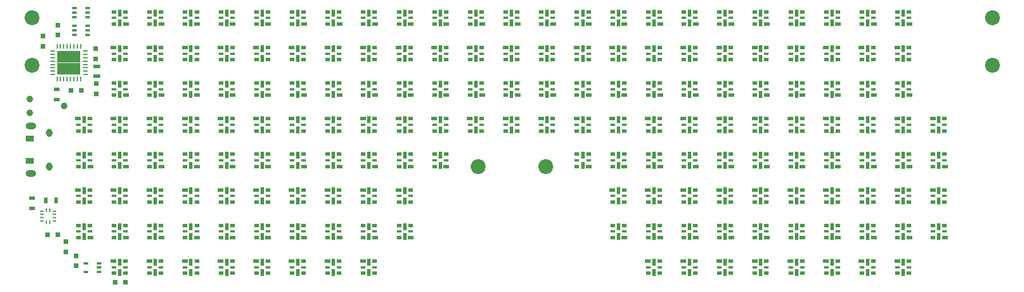
<source format=gts>
G04 #@! TF.GenerationSoftware,KiCad,Pcbnew,(2017-09-07 revision 90668f9ef)-makepkg*
G04 #@! TF.CreationDate,2017-11-26T16:45:10+10:30*
G04 #@! TF.ProjectId,ledGlasses,6C6564476C61737365732E6B69636164,1.00*
G04 #@! TF.SameCoordinates,Original*
G04 #@! TF.FileFunction,Soldermask,Top*
G04 #@! TF.FilePolarity,Negative*
%FSLAX46Y46*%
G04 Gerber Fmt 4.6, Leading zero omitted, Abs format (unit mm)*
G04 Created by KiCad (PCBNEW (2017-09-07 revision 90668f9ef)-makepkg) date 11/26/17 16:45:10*
%MOMM*%
%LPD*%
G01*
G04 APERTURE LIST*
%ADD10O,1.550000X1.000000*%
%ADD11O,0.950000X1.250000*%
%ADD12R,0.750000X0.800000*%
%ADD13R,0.800000X0.750000*%
%ADD14R,0.900000X0.500000*%
%ADD15R,0.500000X0.900000*%
%ADD16R,0.510000X0.280000*%
%ADD17R,0.280000X0.510000*%
%ADD18R,0.650000X0.400000*%
%ADD19R,0.800000X0.300000*%
%ADD20R,0.800000X0.500000*%
%ADD21R,0.500000X1.000000*%
%ADD22R,1.725000X1.725000*%
%ADD23R,0.250000X0.700000*%
%ADD24R,0.700000X0.250000*%
%ADD25C,0.990600*%
%ADD26R,1.100000X0.600000*%
%ADD27C,2.200000*%
%ADD28R,1.200000X0.900000*%
G04 APERTURE END LIST*
D10*
X77390000Y-101380000D03*
X77390000Y-108380000D03*
D11*
X80090000Y-102380000D03*
X80090000Y-107380000D03*
D12*
X81340000Y-87930000D03*
X81340000Y-86430000D03*
X79200000Y-88050000D03*
X79200000Y-89550000D03*
D13*
X84850000Y-96100000D03*
X83350000Y-96100000D03*
D12*
X82600000Y-119950000D03*
X82600000Y-118450000D03*
D13*
X81350000Y-117400000D03*
X79850000Y-117400000D03*
D14*
X77530000Y-112050000D03*
X77530000Y-113550000D03*
D15*
X81080000Y-112380000D03*
X79580000Y-112380000D03*
D14*
X81200000Y-97450000D03*
X81200000Y-95950000D03*
D16*
X79025000Y-113930000D03*
X79025000Y-114430000D03*
X79025000Y-114930000D03*
X79025000Y-115430000D03*
X80835000Y-115430000D03*
X80835000Y-113930000D03*
X80835000Y-114930000D03*
X80835000Y-114430000D03*
D17*
X80180000Y-115574796D03*
X79680000Y-115574796D03*
X80180000Y-113830000D03*
X79680000Y-113830000D03*
D18*
X83850000Y-85250000D03*
X83850000Y-83950000D03*
X85750000Y-84600000D03*
X83850000Y-84600000D03*
X85750000Y-83950000D03*
X85750000Y-85250000D03*
X85750000Y-87850000D03*
X85750000Y-86550000D03*
X83850000Y-87200000D03*
X85750000Y-87200000D03*
X83850000Y-86550000D03*
X83850000Y-87850000D03*
D14*
X91430000Y-86280000D03*
D19*
X91380000Y-85380000D03*
D20*
X91380000Y-84480000D03*
X89680000Y-84480000D03*
D19*
X89680000Y-85380000D03*
D20*
X89680000Y-86280000D03*
D21*
X90530000Y-86130000D03*
X90530000Y-84630000D03*
X95795000Y-84630000D03*
X95795000Y-86130000D03*
D20*
X94945000Y-86280000D03*
D19*
X94945000Y-85380000D03*
D20*
X94945000Y-84480000D03*
X96645000Y-84480000D03*
D19*
X96645000Y-85380000D03*
D14*
X96695000Y-86280000D03*
X101960000Y-86280000D03*
D19*
X101910000Y-85380000D03*
D20*
X101910000Y-84480000D03*
X100210000Y-84480000D03*
D19*
X100210000Y-85380000D03*
D20*
X100210000Y-86280000D03*
D21*
X101060000Y-86130000D03*
X101060000Y-84630000D03*
X106325000Y-84630000D03*
X106325000Y-86130000D03*
D20*
X105475000Y-86280000D03*
D19*
X105475000Y-85380000D03*
D20*
X105475000Y-84480000D03*
X107175000Y-84480000D03*
D19*
X107175000Y-85380000D03*
D14*
X107225000Y-86280000D03*
X112490000Y-86280000D03*
D19*
X112440000Y-85380000D03*
D20*
X112440000Y-84480000D03*
X110740000Y-84480000D03*
D19*
X110740000Y-85380000D03*
D20*
X110740000Y-86280000D03*
D21*
X111590000Y-86130000D03*
X111590000Y-84630000D03*
X116855000Y-84630000D03*
X116855000Y-86130000D03*
D20*
X116005000Y-86280000D03*
D19*
X116005000Y-85380000D03*
D20*
X116005000Y-84480000D03*
X117705000Y-84480000D03*
D19*
X117705000Y-85380000D03*
D14*
X117755000Y-86280000D03*
X123020000Y-86280000D03*
D19*
X122970000Y-85380000D03*
D20*
X122970000Y-84480000D03*
X121270000Y-84480000D03*
D19*
X121270000Y-85380000D03*
D20*
X121270000Y-86280000D03*
D21*
X122120000Y-86130000D03*
X122120000Y-84630000D03*
X127385000Y-84630000D03*
X127385000Y-86130000D03*
D20*
X126535000Y-86280000D03*
D19*
X126535000Y-85380000D03*
D20*
X126535000Y-84480000D03*
X128235000Y-84480000D03*
D19*
X128235000Y-85380000D03*
D14*
X128285000Y-86280000D03*
X133550000Y-86280000D03*
D19*
X133500000Y-85380000D03*
D20*
X133500000Y-84480000D03*
X131800000Y-84480000D03*
D19*
X131800000Y-85380000D03*
D20*
X131800000Y-86280000D03*
D21*
X132650000Y-86130000D03*
X132650000Y-84630000D03*
X137915000Y-84630000D03*
X137915000Y-86130000D03*
D20*
X137065000Y-86280000D03*
D19*
X137065000Y-85380000D03*
D20*
X137065000Y-84480000D03*
X138765000Y-84480000D03*
D19*
X138765000Y-85380000D03*
D14*
X138815000Y-86280000D03*
X144080000Y-86280000D03*
D19*
X144030000Y-85380000D03*
D20*
X144030000Y-84480000D03*
X142330000Y-84480000D03*
D19*
X142330000Y-85380000D03*
D20*
X142330000Y-86280000D03*
D21*
X143180000Y-86130000D03*
X143180000Y-84630000D03*
X148445000Y-84630000D03*
X148445000Y-86130000D03*
D20*
X147595000Y-86280000D03*
D19*
X147595000Y-85380000D03*
D20*
X147595000Y-84480000D03*
X149295000Y-84480000D03*
D19*
X149295000Y-85380000D03*
D14*
X149345000Y-86280000D03*
X154610000Y-86280000D03*
D19*
X154560000Y-85380000D03*
D20*
X154560000Y-84480000D03*
X152860000Y-84480000D03*
D19*
X152860000Y-85380000D03*
D20*
X152860000Y-86280000D03*
D21*
X153710000Y-86130000D03*
X153710000Y-84630000D03*
X158975000Y-84630000D03*
X158975000Y-86130000D03*
D20*
X158125000Y-86280000D03*
D19*
X158125000Y-85380000D03*
D20*
X158125000Y-84480000D03*
X159825000Y-84480000D03*
D19*
X159825000Y-85380000D03*
D14*
X159875000Y-86280000D03*
X165140000Y-86280000D03*
D19*
X165090000Y-85380000D03*
D20*
X165090000Y-84480000D03*
X163390000Y-84480000D03*
D19*
X163390000Y-85380000D03*
D20*
X163390000Y-86280000D03*
D21*
X164240000Y-86130000D03*
X164240000Y-84630000D03*
X169505000Y-84630000D03*
X169505000Y-86130000D03*
D20*
X168655000Y-86280000D03*
D19*
X168655000Y-85380000D03*
D20*
X168655000Y-84480000D03*
X170355000Y-84480000D03*
D19*
X170355000Y-85380000D03*
D14*
X170405000Y-86280000D03*
X175670000Y-86280000D03*
D19*
X175620000Y-85380000D03*
D20*
X175620000Y-84480000D03*
X173920000Y-84480000D03*
D19*
X173920000Y-85380000D03*
D20*
X173920000Y-86280000D03*
D21*
X174770000Y-86130000D03*
X174770000Y-84630000D03*
X180035000Y-84630000D03*
X180035000Y-86130000D03*
D20*
X179185000Y-86280000D03*
D19*
X179185000Y-85380000D03*
D20*
X179185000Y-84480000D03*
X180885000Y-84480000D03*
D19*
X180885000Y-85380000D03*
D14*
X180935000Y-86280000D03*
X186200000Y-86280000D03*
D19*
X186150000Y-85380000D03*
D20*
X186150000Y-84480000D03*
X184450000Y-84480000D03*
D19*
X184450000Y-85380000D03*
D20*
X184450000Y-86280000D03*
D21*
X185300000Y-86130000D03*
X185300000Y-84630000D03*
X190565000Y-84630000D03*
X190565000Y-86130000D03*
D20*
X189715000Y-86280000D03*
D19*
X189715000Y-85380000D03*
D20*
X189715000Y-84480000D03*
X191415000Y-84480000D03*
D19*
X191415000Y-85380000D03*
D14*
X191465000Y-86280000D03*
D21*
X195830000Y-84630000D03*
X195830000Y-86130000D03*
D20*
X194980000Y-86280000D03*
D19*
X194980000Y-85380000D03*
D20*
X194980000Y-84480000D03*
X196680000Y-84480000D03*
D19*
X196680000Y-85380000D03*
D14*
X196730000Y-86280000D03*
X201995000Y-86280000D03*
D19*
X201945000Y-85380000D03*
D20*
X201945000Y-84480000D03*
X200245000Y-84480000D03*
D19*
X200245000Y-85380000D03*
D20*
X200245000Y-86280000D03*
D21*
X201095000Y-86130000D03*
X201095000Y-84630000D03*
X206360000Y-84630000D03*
X206360000Y-86130000D03*
D20*
X205510000Y-86280000D03*
D19*
X205510000Y-85380000D03*
D20*
X205510000Y-84480000D03*
X207210000Y-84480000D03*
D19*
X207210000Y-85380000D03*
D14*
X207260000Y-86280000D03*
X205460000Y-89745000D03*
D19*
X205510000Y-90645000D03*
D20*
X205510000Y-91545000D03*
X207210000Y-91545000D03*
D19*
X207210000Y-90645000D03*
D20*
X207210000Y-89745000D03*
D21*
X206360000Y-89895000D03*
X206360000Y-91395000D03*
X201095000Y-91395000D03*
X201095000Y-89895000D03*
D20*
X201945000Y-89745000D03*
D19*
X201945000Y-90645000D03*
D20*
X201945000Y-91545000D03*
X200245000Y-91545000D03*
D19*
X200245000Y-90645000D03*
D14*
X200195000Y-89745000D03*
X194930000Y-89745000D03*
D19*
X194980000Y-90645000D03*
D20*
X194980000Y-91545000D03*
X196680000Y-91545000D03*
D19*
X196680000Y-90645000D03*
D20*
X196680000Y-89745000D03*
D21*
X195830000Y-89895000D03*
X195830000Y-91395000D03*
X190565000Y-91395000D03*
X190565000Y-89895000D03*
D20*
X191415000Y-89745000D03*
D19*
X191415000Y-90645000D03*
D20*
X191415000Y-91545000D03*
X189715000Y-91545000D03*
D19*
X189715000Y-90645000D03*
D14*
X189665000Y-89745000D03*
X184400000Y-89745000D03*
D19*
X184450000Y-90645000D03*
D20*
X184450000Y-91545000D03*
X186150000Y-91545000D03*
D19*
X186150000Y-90645000D03*
D20*
X186150000Y-89745000D03*
D21*
X185300000Y-89895000D03*
X185300000Y-91395000D03*
X180035000Y-91395000D03*
X180035000Y-89895000D03*
D20*
X180885000Y-89745000D03*
D19*
X180885000Y-90645000D03*
D20*
X180885000Y-91545000D03*
X179185000Y-91545000D03*
D19*
X179185000Y-90645000D03*
D14*
X179135000Y-89745000D03*
X173870000Y-89745000D03*
D19*
X173920000Y-90645000D03*
D20*
X173920000Y-91545000D03*
X175620000Y-91545000D03*
D19*
X175620000Y-90645000D03*
D20*
X175620000Y-89745000D03*
D21*
X174770000Y-89895000D03*
X174770000Y-91395000D03*
D14*
X168605000Y-89745000D03*
D19*
X168655000Y-90645000D03*
D20*
X168655000Y-91545000D03*
X170355000Y-91545000D03*
D19*
X170355000Y-90645000D03*
D20*
X170355000Y-89745000D03*
D21*
X169505000Y-89895000D03*
X169505000Y-91395000D03*
D14*
X163340000Y-89745000D03*
D19*
X163390000Y-90645000D03*
D20*
X163390000Y-91545000D03*
X165090000Y-91545000D03*
D19*
X165090000Y-90645000D03*
D20*
X165090000Y-89745000D03*
D21*
X164240000Y-89895000D03*
X164240000Y-91395000D03*
X158975000Y-91395000D03*
X158975000Y-89895000D03*
D20*
X159825000Y-89745000D03*
D19*
X159825000Y-90645000D03*
D20*
X159825000Y-91545000D03*
X158125000Y-91545000D03*
D19*
X158125000Y-90645000D03*
D14*
X158075000Y-89745000D03*
X152810000Y-89745000D03*
D19*
X152860000Y-90645000D03*
D20*
X152860000Y-91545000D03*
X154560000Y-91545000D03*
D19*
X154560000Y-90645000D03*
D20*
X154560000Y-89745000D03*
D21*
X153710000Y-89895000D03*
X153710000Y-91395000D03*
X148445000Y-91395000D03*
X148445000Y-89895000D03*
D20*
X149295000Y-89745000D03*
D19*
X149295000Y-90645000D03*
D20*
X149295000Y-91545000D03*
X147595000Y-91545000D03*
D19*
X147595000Y-90645000D03*
D14*
X147545000Y-89745000D03*
X142280000Y-89745000D03*
D19*
X142330000Y-90645000D03*
D20*
X142330000Y-91545000D03*
X144030000Y-91545000D03*
D19*
X144030000Y-90645000D03*
D20*
X144030000Y-89745000D03*
D21*
X143180000Y-89895000D03*
X143180000Y-91395000D03*
X137915000Y-91395000D03*
X137915000Y-89895000D03*
D20*
X138765000Y-89745000D03*
D19*
X138765000Y-90645000D03*
D20*
X138765000Y-91545000D03*
X137065000Y-91545000D03*
D19*
X137065000Y-90645000D03*
D14*
X137015000Y-89745000D03*
X131750000Y-89745000D03*
D19*
X131800000Y-90645000D03*
D20*
X131800000Y-91545000D03*
X133500000Y-91545000D03*
D19*
X133500000Y-90645000D03*
D20*
X133500000Y-89745000D03*
D21*
X132650000Y-89895000D03*
X132650000Y-91395000D03*
X127385000Y-91395000D03*
X127385000Y-89895000D03*
D20*
X128235000Y-89745000D03*
D19*
X128235000Y-90645000D03*
D20*
X128235000Y-91545000D03*
X126535000Y-91545000D03*
D19*
X126535000Y-90645000D03*
D14*
X126485000Y-89745000D03*
X121220000Y-89745000D03*
D19*
X121270000Y-90645000D03*
D20*
X121270000Y-91545000D03*
X122970000Y-91545000D03*
D19*
X122970000Y-90645000D03*
D20*
X122970000Y-89745000D03*
D21*
X122120000Y-89895000D03*
X122120000Y-91395000D03*
X116855000Y-91395000D03*
X116855000Y-89895000D03*
D20*
X117705000Y-89745000D03*
D19*
X117705000Y-90645000D03*
D20*
X117705000Y-91545000D03*
X116005000Y-91545000D03*
D19*
X116005000Y-90645000D03*
D14*
X115955000Y-89745000D03*
D21*
X111590000Y-91395000D03*
X111590000Y-89895000D03*
D20*
X112440000Y-89745000D03*
D19*
X112440000Y-90645000D03*
D20*
X112440000Y-91545000D03*
X110740000Y-91545000D03*
D19*
X110740000Y-90645000D03*
D14*
X110690000Y-89745000D03*
X105425000Y-89745000D03*
D19*
X105475000Y-90645000D03*
D20*
X105475000Y-91545000D03*
X107175000Y-91545000D03*
D19*
X107175000Y-90645000D03*
D20*
X107175000Y-89745000D03*
D21*
X106325000Y-89895000D03*
X106325000Y-91395000D03*
X101060000Y-91395000D03*
X101060000Y-89895000D03*
D20*
X101910000Y-89745000D03*
D19*
X101910000Y-90645000D03*
D20*
X101910000Y-91545000D03*
X100210000Y-91545000D03*
D19*
X100210000Y-90645000D03*
D14*
X100160000Y-89745000D03*
X94895000Y-89745000D03*
D19*
X94945000Y-90645000D03*
D20*
X94945000Y-91545000D03*
X96645000Y-91545000D03*
D19*
X96645000Y-90645000D03*
D20*
X96645000Y-89745000D03*
D21*
X95795000Y-89895000D03*
X95795000Y-91395000D03*
X90530000Y-91395000D03*
X90530000Y-89895000D03*
D20*
X91380000Y-89745000D03*
D19*
X91380000Y-90645000D03*
D20*
X91380000Y-91545000D03*
X89680000Y-91545000D03*
D19*
X89680000Y-90645000D03*
D14*
X89630000Y-89745000D03*
X91430000Y-96810000D03*
D19*
X91380000Y-95910000D03*
D20*
X91380000Y-95010000D03*
X89680000Y-95010000D03*
D19*
X89680000Y-95910000D03*
D20*
X89680000Y-96810000D03*
D21*
X90530000Y-96660000D03*
X90530000Y-95160000D03*
X95795000Y-95160000D03*
X95795000Y-96660000D03*
D20*
X94945000Y-96810000D03*
D19*
X94945000Y-95910000D03*
D20*
X94945000Y-95010000D03*
X96645000Y-95010000D03*
D19*
X96645000Y-95910000D03*
D14*
X96695000Y-96810000D03*
X101960000Y-96810000D03*
D19*
X101910000Y-95910000D03*
D20*
X101910000Y-95010000D03*
X100210000Y-95010000D03*
D19*
X100210000Y-95910000D03*
D20*
X100210000Y-96810000D03*
D21*
X101060000Y-96660000D03*
X101060000Y-95160000D03*
X106325000Y-95160000D03*
X106325000Y-96660000D03*
D20*
X105475000Y-96810000D03*
D19*
X105475000Y-95910000D03*
D20*
X105475000Y-95010000D03*
X107175000Y-95010000D03*
D19*
X107175000Y-95910000D03*
D14*
X107225000Y-96810000D03*
X112490000Y-96810000D03*
D19*
X112440000Y-95910000D03*
D20*
X112440000Y-95010000D03*
X110740000Y-95010000D03*
D19*
X110740000Y-95910000D03*
D20*
X110740000Y-96810000D03*
D21*
X111590000Y-96660000D03*
X111590000Y-95160000D03*
D14*
X117755000Y-96810000D03*
D19*
X117705000Y-95910000D03*
D20*
X117705000Y-95010000D03*
X116005000Y-95010000D03*
D19*
X116005000Y-95910000D03*
D20*
X116005000Y-96810000D03*
D21*
X116855000Y-96660000D03*
X116855000Y-95160000D03*
X122120000Y-95160000D03*
X122120000Y-96660000D03*
D20*
X121270000Y-96810000D03*
D19*
X121270000Y-95910000D03*
D20*
X121270000Y-95010000D03*
X122970000Y-95010000D03*
D19*
X122970000Y-95910000D03*
D14*
X123020000Y-96810000D03*
X128285000Y-96810000D03*
D19*
X128235000Y-95910000D03*
D20*
X128235000Y-95010000D03*
X126535000Y-95010000D03*
D19*
X126535000Y-95910000D03*
D20*
X126535000Y-96810000D03*
D21*
X127385000Y-96660000D03*
X127385000Y-95160000D03*
X132650000Y-95160000D03*
X132650000Y-96660000D03*
D20*
X131800000Y-96810000D03*
D19*
X131800000Y-95910000D03*
D20*
X131800000Y-95010000D03*
X133500000Y-95010000D03*
D19*
X133500000Y-95910000D03*
D14*
X133550000Y-96810000D03*
X138815000Y-96810000D03*
D19*
X138765000Y-95910000D03*
D20*
X138765000Y-95010000D03*
X137065000Y-95010000D03*
D19*
X137065000Y-95910000D03*
D20*
X137065000Y-96810000D03*
D21*
X137915000Y-96660000D03*
X137915000Y-95160000D03*
X143180000Y-95160000D03*
X143180000Y-96660000D03*
D20*
X142330000Y-96810000D03*
D19*
X142330000Y-95910000D03*
D20*
X142330000Y-95010000D03*
X144030000Y-95010000D03*
D19*
X144030000Y-95910000D03*
D14*
X144080000Y-96810000D03*
X149345000Y-96810000D03*
D19*
X149295000Y-95910000D03*
D20*
X149295000Y-95010000D03*
X147595000Y-95010000D03*
D19*
X147595000Y-95910000D03*
D20*
X147595000Y-96810000D03*
D21*
X148445000Y-96660000D03*
X148445000Y-95160000D03*
X153710000Y-95160000D03*
X153710000Y-96660000D03*
D20*
X152860000Y-96810000D03*
D19*
X152860000Y-95910000D03*
D20*
X152860000Y-95010000D03*
X154560000Y-95010000D03*
D19*
X154560000Y-95910000D03*
D14*
X154610000Y-96810000D03*
X159875000Y-96810000D03*
D19*
X159825000Y-95910000D03*
D20*
X159825000Y-95010000D03*
X158125000Y-95010000D03*
D19*
X158125000Y-95910000D03*
D20*
X158125000Y-96810000D03*
D21*
X158975000Y-96660000D03*
X158975000Y-95160000D03*
D14*
X165140000Y-96810000D03*
D19*
X165090000Y-95910000D03*
D20*
X165090000Y-95010000D03*
X163390000Y-95010000D03*
D19*
X163390000Y-95910000D03*
D20*
X163390000Y-96810000D03*
D21*
X164240000Y-96660000D03*
X164240000Y-95160000D03*
D14*
X170405000Y-96810000D03*
D19*
X170355000Y-95910000D03*
D20*
X170355000Y-95010000D03*
X168655000Y-95010000D03*
D19*
X168655000Y-95910000D03*
D20*
X168655000Y-96810000D03*
D21*
X169505000Y-96660000D03*
X169505000Y-95160000D03*
X174770000Y-95160000D03*
X174770000Y-96660000D03*
D20*
X173920000Y-96810000D03*
D19*
X173920000Y-95910000D03*
D20*
X173920000Y-95010000D03*
X175620000Y-95010000D03*
D19*
X175620000Y-95910000D03*
D14*
X175670000Y-96810000D03*
X180935000Y-96810000D03*
D19*
X180885000Y-95910000D03*
D20*
X180885000Y-95010000D03*
X179185000Y-95010000D03*
D19*
X179185000Y-95910000D03*
D20*
X179185000Y-96810000D03*
D21*
X180035000Y-96660000D03*
X180035000Y-95160000D03*
X185300000Y-95160000D03*
X185300000Y-96660000D03*
D20*
X184450000Y-96810000D03*
D19*
X184450000Y-95910000D03*
D20*
X184450000Y-95010000D03*
X186150000Y-95010000D03*
D19*
X186150000Y-95910000D03*
D14*
X186200000Y-96810000D03*
X191465000Y-96810000D03*
D19*
X191415000Y-95910000D03*
D20*
X191415000Y-95010000D03*
X189715000Y-95010000D03*
D19*
X189715000Y-95910000D03*
D20*
X189715000Y-96810000D03*
D21*
X190565000Y-96660000D03*
X190565000Y-95160000D03*
X195830000Y-95160000D03*
X195830000Y-96660000D03*
D20*
X194980000Y-96810000D03*
D19*
X194980000Y-95910000D03*
D20*
X194980000Y-95010000D03*
X196680000Y-95010000D03*
D19*
X196680000Y-95910000D03*
D14*
X196730000Y-96810000D03*
X201995000Y-96810000D03*
D19*
X201945000Y-95910000D03*
D20*
X201945000Y-95010000D03*
X200245000Y-95010000D03*
D19*
X200245000Y-95910000D03*
D20*
X200245000Y-96810000D03*
D21*
X201095000Y-96660000D03*
X201095000Y-95160000D03*
X206360000Y-95160000D03*
X206360000Y-96660000D03*
D20*
X205510000Y-96810000D03*
D19*
X205510000Y-95910000D03*
D20*
X205510000Y-95010000D03*
X207210000Y-95010000D03*
D19*
X207210000Y-95910000D03*
D14*
X207260000Y-96810000D03*
X210725000Y-100275000D03*
D19*
X210775000Y-101175000D03*
D20*
X210775000Y-102075000D03*
X212475000Y-102075000D03*
D19*
X212475000Y-101175000D03*
D20*
X212475000Y-100275000D03*
D21*
X211625000Y-100425000D03*
X211625000Y-101925000D03*
X206360000Y-101925000D03*
X206360000Y-100425000D03*
D20*
X207210000Y-100275000D03*
D19*
X207210000Y-101175000D03*
D20*
X207210000Y-102075000D03*
X205510000Y-102075000D03*
D19*
X205510000Y-101175000D03*
D14*
X205460000Y-100275000D03*
D21*
X201095000Y-101925000D03*
X201095000Y-100425000D03*
D20*
X201945000Y-100275000D03*
D19*
X201945000Y-101175000D03*
D20*
X201945000Y-102075000D03*
X200245000Y-102075000D03*
D19*
X200245000Y-101175000D03*
D14*
X200195000Y-100275000D03*
D21*
X195830000Y-101925000D03*
X195830000Y-100425000D03*
D20*
X196680000Y-100275000D03*
D19*
X196680000Y-101175000D03*
D20*
X196680000Y-102075000D03*
X194980000Y-102075000D03*
D19*
X194980000Y-101175000D03*
D14*
X194930000Y-100275000D03*
X189665000Y-100275000D03*
D19*
X189715000Y-101175000D03*
D20*
X189715000Y-102075000D03*
X191415000Y-102075000D03*
D19*
X191415000Y-101175000D03*
D20*
X191415000Y-100275000D03*
D21*
X190565000Y-100425000D03*
X190565000Y-101925000D03*
X185300000Y-101925000D03*
X185300000Y-100425000D03*
D20*
X186150000Y-100275000D03*
D19*
X186150000Y-101175000D03*
D20*
X186150000Y-102075000D03*
X184450000Y-102075000D03*
D19*
X184450000Y-101175000D03*
D14*
X184400000Y-100275000D03*
X179135000Y-100275000D03*
D19*
X179185000Y-101175000D03*
D20*
X179185000Y-102075000D03*
X180885000Y-102075000D03*
D19*
X180885000Y-101175000D03*
D20*
X180885000Y-100275000D03*
D21*
X180035000Y-100425000D03*
X180035000Y-101925000D03*
X174770000Y-101925000D03*
X174770000Y-100425000D03*
D20*
X175620000Y-100275000D03*
D19*
X175620000Y-101175000D03*
D20*
X175620000Y-102075000D03*
X173920000Y-102075000D03*
D19*
X173920000Y-101175000D03*
D14*
X173870000Y-100275000D03*
X168605000Y-100275000D03*
D19*
X168655000Y-101175000D03*
D20*
X168655000Y-102075000D03*
X170355000Y-102075000D03*
D19*
X170355000Y-101175000D03*
D20*
X170355000Y-100275000D03*
D21*
X169505000Y-100425000D03*
X169505000Y-101925000D03*
X164240000Y-101925000D03*
X164240000Y-100425000D03*
D20*
X165090000Y-100275000D03*
D19*
X165090000Y-101175000D03*
D20*
X165090000Y-102075000D03*
X163390000Y-102075000D03*
D19*
X163390000Y-101175000D03*
D14*
X163340000Y-100275000D03*
X158075000Y-100275000D03*
D19*
X158125000Y-101175000D03*
D20*
X158125000Y-102075000D03*
X159825000Y-102075000D03*
D19*
X159825000Y-101175000D03*
D20*
X159825000Y-100275000D03*
D21*
X158975000Y-100425000D03*
X158975000Y-101925000D03*
D14*
X152810000Y-100275000D03*
D19*
X152860000Y-101175000D03*
D20*
X152860000Y-102075000D03*
X154560000Y-102075000D03*
D19*
X154560000Y-101175000D03*
D20*
X154560000Y-100275000D03*
D21*
X153710000Y-100425000D03*
X153710000Y-101925000D03*
X148445000Y-101925000D03*
X148445000Y-100425000D03*
D20*
X149295000Y-100275000D03*
D19*
X149295000Y-101175000D03*
D20*
X149295000Y-102075000D03*
X147595000Y-102075000D03*
D19*
X147595000Y-101175000D03*
D14*
X147545000Y-100275000D03*
X142280000Y-100275000D03*
D19*
X142330000Y-101175000D03*
D20*
X142330000Y-102075000D03*
X144030000Y-102075000D03*
D19*
X144030000Y-101175000D03*
D20*
X144030000Y-100275000D03*
D21*
X143180000Y-100425000D03*
X143180000Y-101925000D03*
X137915000Y-101925000D03*
X137915000Y-100425000D03*
D20*
X138765000Y-100275000D03*
D19*
X138765000Y-101175000D03*
D20*
X138765000Y-102075000D03*
X137065000Y-102075000D03*
D19*
X137065000Y-101175000D03*
D14*
X137015000Y-100275000D03*
X131750000Y-100275000D03*
D19*
X131800000Y-101175000D03*
D20*
X131800000Y-102075000D03*
X133500000Y-102075000D03*
D19*
X133500000Y-101175000D03*
D20*
X133500000Y-100275000D03*
D21*
X132650000Y-100425000D03*
X132650000Y-101925000D03*
X127385000Y-101925000D03*
X127385000Y-100425000D03*
D20*
X128235000Y-100275000D03*
D19*
X128235000Y-101175000D03*
D20*
X128235000Y-102075000D03*
X126535000Y-102075000D03*
D19*
X126535000Y-101175000D03*
D14*
X126485000Y-100275000D03*
D21*
X122120000Y-101925000D03*
X122120000Y-100425000D03*
D20*
X122970000Y-100275000D03*
D19*
X122970000Y-101175000D03*
D20*
X122970000Y-102075000D03*
X121270000Y-102075000D03*
D19*
X121270000Y-101175000D03*
D14*
X121220000Y-100275000D03*
X115955000Y-100275000D03*
D19*
X116005000Y-101175000D03*
D20*
X116005000Y-102075000D03*
X117705000Y-102075000D03*
D19*
X117705000Y-101175000D03*
D20*
X117705000Y-100275000D03*
D21*
X116855000Y-100425000D03*
X116855000Y-101925000D03*
X111590000Y-101925000D03*
X111590000Y-100425000D03*
D20*
X112440000Y-100275000D03*
D19*
X112440000Y-101175000D03*
D20*
X112440000Y-102075000D03*
X110740000Y-102075000D03*
D19*
X110740000Y-101175000D03*
D14*
X110690000Y-100275000D03*
X105425000Y-100275000D03*
D19*
X105475000Y-101175000D03*
D20*
X105475000Y-102075000D03*
X107175000Y-102075000D03*
D19*
X107175000Y-101175000D03*
D20*
X107175000Y-100275000D03*
D21*
X106325000Y-100425000D03*
X106325000Y-101925000D03*
X101060000Y-101925000D03*
X101060000Y-100425000D03*
D20*
X101910000Y-100275000D03*
D19*
X101910000Y-101175000D03*
D20*
X101910000Y-102075000D03*
X100210000Y-102075000D03*
D19*
X100210000Y-101175000D03*
D14*
X100160000Y-100275000D03*
X94895000Y-100275000D03*
D19*
X94945000Y-101175000D03*
D20*
X94945000Y-102075000D03*
X96645000Y-102075000D03*
D19*
X96645000Y-101175000D03*
D20*
X96645000Y-100275000D03*
D21*
X95795000Y-100425000D03*
X95795000Y-101925000D03*
X90530000Y-101925000D03*
X90530000Y-100425000D03*
D20*
X91380000Y-100275000D03*
D19*
X91380000Y-101175000D03*
D20*
X91380000Y-102075000D03*
X89680000Y-102075000D03*
D19*
X89680000Y-101175000D03*
D14*
X89630000Y-100275000D03*
X84365000Y-100275000D03*
D19*
X84415000Y-101175000D03*
D20*
X84415000Y-102075000D03*
X86115000Y-102075000D03*
D19*
X86115000Y-101175000D03*
D20*
X86115000Y-100275000D03*
D21*
X85265000Y-100425000D03*
X85265000Y-101925000D03*
X85265000Y-105690000D03*
X85265000Y-107190000D03*
D20*
X84415000Y-107340000D03*
D19*
X84415000Y-106440000D03*
D20*
X84415000Y-105540000D03*
X86115000Y-105540000D03*
D19*
X86115000Y-106440000D03*
D14*
X86165000Y-107340000D03*
X91430000Y-107340000D03*
D19*
X91380000Y-106440000D03*
D20*
X91380000Y-105540000D03*
X89680000Y-105540000D03*
D19*
X89680000Y-106440000D03*
D20*
X89680000Y-107340000D03*
D21*
X90530000Y-107190000D03*
X90530000Y-105690000D03*
X95795000Y-105690000D03*
X95795000Y-107190000D03*
D20*
X94945000Y-107340000D03*
D19*
X94945000Y-106440000D03*
D20*
X94945000Y-105540000D03*
X96645000Y-105540000D03*
D19*
X96645000Y-106440000D03*
D14*
X96695000Y-107340000D03*
X101960000Y-107340000D03*
D19*
X101910000Y-106440000D03*
D20*
X101910000Y-105540000D03*
X100210000Y-105540000D03*
D19*
X100210000Y-106440000D03*
D20*
X100210000Y-107340000D03*
D21*
X101060000Y-107190000D03*
X101060000Y-105690000D03*
D14*
X107225000Y-107340000D03*
D19*
X107175000Y-106440000D03*
D20*
X107175000Y-105540000D03*
X105475000Y-105540000D03*
D19*
X105475000Y-106440000D03*
D20*
X105475000Y-107340000D03*
D21*
X106325000Y-107190000D03*
X106325000Y-105690000D03*
D14*
X112490000Y-107340000D03*
D19*
X112440000Y-106440000D03*
D20*
X112440000Y-105540000D03*
X110740000Y-105540000D03*
D19*
X110740000Y-106440000D03*
D20*
X110740000Y-107340000D03*
D21*
X111590000Y-107190000D03*
X111590000Y-105690000D03*
X116855000Y-105690000D03*
X116855000Y-107190000D03*
D20*
X116005000Y-107340000D03*
D19*
X116005000Y-106440000D03*
D20*
X116005000Y-105540000D03*
X117705000Y-105540000D03*
D19*
X117705000Y-106440000D03*
D14*
X117755000Y-107340000D03*
X123020000Y-107340000D03*
D19*
X122970000Y-106440000D03*
D20*
X122970000Y-105540000D03*
X121270000Y-105540000D03*
D19*
X121270000Y-106440000D03*
D20*
X121270000Y-107340000D03*
D21*
X122120000Y-107190000D03*
X122120000Y-105690000D03*
X127385000Y-105690000D03*
X127385000Y-107190000D03*
D20*
X126535000Y-107340000D03*
D19*
X126535000Y-106440000D03*
D20*
X126535000Y-105540000D03*
X128235000Y-105540000D03*
D19*
X128235000Y-106440000D03*
D14*
X128285000Y-107340000D03*
X133550000Y-107340000D03*
D19*
X133500000Y-106440000D03*
D20*
X133500000Y-105540000D03*
X131800000Y-105540000D03*
D19*
X131800000Y-106440000D03*
D20*
X131800000Y-107340000D03*
D21*
X132650000Y-107190000D03*
X132650000Y-105690000D03*
D14*
X138815000Y-107340000D03*
D19*
X138765000Y-106440000D03*
D20*
X138765000Y-105540000D03*
X137065000Y-105540000D03*
D19*
X137065000Y-106440000D03*
D20*
X137065000Y-107340000D03*
D21*
X137915000Y-107190000D03*
X137915000Y-105690000D03*
X158975000Y-105690000D03*
X158975000Y-107190000D03*
D20*
X158125000Y-107340000D03*
D19*
X158125000Y-106440000D03*
D20*
X158125000Y-105540000D03*
X159825000Y-105540000D03*
D19*
X159825000Y-106440000D03*
D14*
X159875000Y-107340000D03*
X165140000Y-107340000D03*
D19*
X165090000Y-106440000D03*
D20*
X165090000Y-105540000D03*
X163390000Y-105540000D03*
D19*
X163390000Y-106440000D03*
D20*
X163390000Y-107340000D03*
D21*
X164240000Y-107190000D03*
X164240000Y-105690000D03*
X169505000Y-105690000D03*
X169505000Y-107190000D03*
D20*
X168655000Y-107340000D03*
D19*
X168655000Y-106440000D03*
D20*
X168655000Y-105540000D03*
X170355000Y-105540000D03*
D19*
X170355000Y-106440000D03*
D14*
X170405000Y-107340000D03*
D21*
X174770000Y-105690000D03*
X174770000Y-107190000D03*
D20*
X173920000Y-107340000D03*
D19*
X173920000Y-106440000D03*
D20*
X173920000Y-105540000D03*
X175620000Y-105540000D03*
D19*
X175620000Y-106440000D03*
D14*
X175670000Y-107340000D03*
X180935000Y-107340000D03*
D19*
X180885000Y-106440000D03*
D20*
X180885000Y-105540000D03*
X179185000Y-105540000D03*
D19*
X179185000Y-106440000D03*
D20*
X179185000Y-107340000D03*
D21*
X180035000Y-107190000D03*
X180035000Y-105690000D03*
X185300000Y-105690000D03*
X185300000Y-107190000D03*
D20*
X184450000Y-107340000D03*
D19*
X184450000Y-106440000D03*
D20*
X184450000Y-105540000D03*
X186150000Y-105540000D03*
D19*
X186150000Y-106440000D03*
D14*
X186200000Y-107340000D03*
X191465000Y-107340000D03*
D19*
X191415000Y-106440000D03*
D20*
X191415000Y-105540000D03*
X189715000Y-105540000D03*
D19*
X189715000Y-106440000D03*
D20*
X189715000Y-107340000D03*
D21*
X190565000Y-107190000D03*
X190565000Y-105690000D03*
X195830000Y-105690000D03*
X195830000Y-107190000D03*
D20*
X194980000Y-107340000D03*
D19*
X194980000Y-106440000D03*
D20*
X194980000Y-105540000D03*
X196680000Y-105540000D03*
D19*
X196680000Y-106440000D03*
D14*
X196730000Y-107340000D03*
X201995000Y-107340000D03*
D19*
X201945000Y-106440000D03*
D20*
X201945000Y-105540000D03*
X200245000Y-105540000D03*
D19*
X200245000Y-106440000D03*
D20*
X200245000Y-107340000D03*
D21*
X201095000Y-107190000D03*
X201095000Y-105690000D03*
X206360000Y-105690000D03*
X206360000Y-107190000D03*
D20*
X205510000Y-107340000D03*
D19*
X205510000Y-106440000D03*
D20*
X205510000Y-105540000D03*
X207210000Y-105540000D03*
D19*
X207210000Y-106440000D03*
D14*
X207260000Y-107340000D03*
X212525000Y-107340000D03*
D19*
X212475000Y-106440000D03*
D20*
X212475000Y-105540000D03*
X210775000Y-105540000D03*
D19*
X210775000Y-106440000D03*
D20*
X210775000Y-107340000D03*
D21*
X211625000Y-107190000D03*
X211625000Y-105690000D03*
X211625000Y-112455000D03*
X211625000Y-110955000D03*
D20*
X212475000Y-110805000D03*
D19*
X212475000Y-111705000D03*
D20*
X212475000Y-112605000D03*
X210775000Y-112605000D03*
D19*
X210775000Y-111705000D03*
D14*
X210725000Y-110805000D03*
X205460000Y-110805000D03*
D19*
X205510000Y-111705000D03*
D20*
X205510000Y-112605000D03*
X207210000Y-112605000D03*
D19*
X207210000Y-111705000D03*
D20*
X207210000Y-110805000D03*
D21*
X206360000Y-110955000D03*
X206360000Y-112455000D03*
X201095000Y-112455000D03*
X201095000Y-110955000D03*
D20*
X201945000Y-110805000D03*
D19*
X201945000Y-111705000D03*
D20*
X201945000Y-112605000D03*
X200245000Y-112605000D03*
D19*
X200245000Y-111705000D03*
D14*
X200195000Y-110805000D03*
X194930000Y-110805000D03*
D19*
X194980000Y-111705000D03*
D20*
X194980000Y-112605000D03*
X196680000Y-112605000D03*
D19*
X196680000Y-111705000D03*
D20*
X196680000Y-110805000D03*
D21*
X195830000Y-110955000D03*
X195830000Y-112455000D03*
X190565000Y-112455000D03*
X190565000Y-110955000D03*
D20*
X191415000Y-110805000D03*
D19*
X191415000Y-111705000D03*
D20*
X191415000Y-112605000D03*
X189715000Y-112605000D03*
D19*
X189715000Y-111705000D03*
D14*
X189665000Y-110805000D03*
X184400000Y-110805000D03*
D19*
X184450000Y-111705000D03*
D20*
X184450000Y-112605000D03*
X186150000Y-112605000D03*
D19*
X186150000Y-111705000D03*
D20*
X186150000Y-110805000D03*
D21*
X185300000Y-110955000D03*
X185300000Y-112455000D03*
X180035000Y-112455000D03*
X180035000Y-110955000D03*
D20*
X180885000Y-110805000D03*
D19*
X180885000Y-111705000D03*
D20*
X180885000Y-112605000D03*
X179185000Y-112605000D03*
D19*
X179185000Y-111705000D03*
D14*
X179135000Y-110805000D03*
X173870000Y-110805000D03*
D19*
X173920000Y-111705000D03*
D20*
X173920000Y-112605000D03*
X175620000Y-112605000D03*
D19*
X175620000Y-111705000D03*
D20*
X175620000Y-110805000D03*
D21*
X174770000Y-110955000D03*
X174770000Y-112455000D03*
X169505000Y-112455000D03*
X169505000Y-110955000D03*
D20*
X170355000Y-110805000D03*
D19*
X170355000Y-111705000D03*
D20*
X170355000Y-112605000D03*
X168655000Y-112605000D03*
D19*
X168655000Y-111705000D03*
D14*
X168605000Y-110805000D03*
X163340000Y-110805000D03*
D19*
X163390000Y-111705000D03*
D20*
X163390000Y-112605000D03*
X165090000Y-112605000D03*
D19*
X165090000Y-111705000D03*
D20*
X165090000Y-110805000D03*
D21*
X164240000Y-110955000D03*
X164240000Y-112455000D03*
X132650000Y-112455000D03*
X132650000Y-110955000D03*
D20*
X133500000Y-110805000D03*
D19*
X133500000Y-111705000D03*
D20*
X133500000Y-112605000D03*
X131800000Y-112605000D03*
D19*
X131800000Y-111705000D03*
D14*
X131750000Y-110805000D03*
D21*
X127385000Y-112455000D03*
X127385000Y-110955000D03*
D20*
X128235000Y-110805000D03*
D19*
X128235000Y-111705000D03*
D20*
X128235000Y-112605000D03*
X126535000Y-112605000D03*
D19*
X126535000Y-111705000D03*
D14*
X126485000Y-110805000D03*
D21*
X122120000Y-112455000D03*
X122120000Y-110955000D03*
D20*
X122970000Y-110805000D03*
D19*
X122970000Y-111705000D03*
D20*
X122970000Y-112605000D03*
X121270000Y-112605000D03*
D19*
X121270000Y-111705000D03*
D14*
X121220000Y-110805000D03*
X115955000Y-110805000D03*
D19*
X116005000Y-111705000D03*
D20*
X116005000Y-112605000D03*
X117705000Y-112605000D03*
D19*
X117705000Y-111705000D03*
D20*
X117705000Y-110805000D03*
D21*
X116855000Y-110955000D03*
X116855000Y-112455000D03*
X111590000Y-112455000D03*
X111590000Y-110955000D03*
D20*
X112440000Y-110805000D03*
D19*
X112440000Y-111705000D03*
D20*
X112440000Y-112605000D03*
X110740000Y-112605000D03*
D19*
X110740000Y-111705000D03*
D14*
X110690000Y-110805000D03*
X105425000Y-110805000D03*
D19*
X105475000Y-111705000D03*
D20*
X105475000Y-112605000D03*
X107175000Y-112605000D03*
D19*
X107175000Y-111705000D03*
D20*
X107175000Y-110805000D03*
D21*
X106325000Y-110955000D03*
X106325000Y-112455000D03*
X101060000Y-112455000D03*
X101060000Y-110955000D03*
D20*
X101910000Y-110805000D03*
D19*
X101910000Y-111705000D03*
D20*
X101910000Y-112605000D03*
X100210000Y-112605000D03*
D19*
X100210000Y-111705000D03*
D14*
X100160000Y-110805000D03*
X94895000Y-110805000D03*
D19*
X94945000Y-111705000D03*
D20*
X94945000Y-112605000D03*
X96645000Y-112605000D03*
D19*
X96645000Y-111705000D03*
D20*
X96645000Y-110805000D03*
D21*
X95795000Y-110955000D03*
X95795000Y-112455000D03*
X90530000Y-112455000D03*
X90530000Y-110955000D03*
D20*
X91380000Y-110805000D03*
D19*
X91380000Y-111705000D03*
D20*
X91380000Y-112605000D03*
X89680000Y-112605000D03*
D19*
X89680000Y-111705000D03*
D14*
X89630000Y-110805000D03*
X84365000Y-110805000D03*
D19*
X84415000Y-111705000D03*
D20*
X84415000Y-112605000D03*
X86115000Y-112605000D03*
D19*
X86115000Y-111705000D03*
D20*
X86115000Y-110805000D03*
D21*
X85265000Y-110955000D03*
X85265000Y-112455000D03*
X85265000Y-116220000D03*
X85265000Y-117720000D03*
D20*
X84415000Y-117870000D03*
D19*
X84415000Y-116970000D03*
D20*
X84415000Y-116070000D03*
X86115000Y-116070000D03*
D19*
X86115000Y-116970000D03*
D14*
X86165000Y-117870000D03*
X91430000Y-117870000D03*
D19*
X91380000Y-116970000D03*
D20*
X91380000Y-116070000D03*
X89680000Y-116070000D03*
D19*
X89680000Y-116970000D03*
D20*
X89680000Y-117870000D03*
D21*
X90530000Y-117720000D03*
X90530000Y-116220000D03*
X95795000Y-116220000D03*
X95795000Y-117720000D03*
D20*
X94945000Y-117870000D03*
D19*
X94945000Y-116970000D03*
D20*
X94945000Y-116070000D03*
X96645000Y-116070000D03*
D19*
X96645000Y-116970000D03*
D14*
X96695000Y-117870000D03*
X101960000Y-117870000D03*
D19*
X101910000Y-116970000D03*
D20*
X101910000Y-116070000D03*
X100210000Y-116070000D03*
D19*
X100210000Y-116970000D03*
D20*
X100210000Y-117870000D03*
D21*
X101060000Y-117720000D03*
X101060000Y-116220000D03*
X106325000Y-116220000D03*
X106325000Y-117720000D03*
D20*
X105475000Y-117870000D03*
D19*
X105475000Y-116970000D03*
D20*
X105475000Y-116070000D03*
X107175000Y-116070000D03*
D19*
X107175000Y-116970000D03*
D14*
X107225000Y-117870000D03*
X112490000Y-117870000D03*
D19*
X112440000Y-116970000D03*
D20*
X112440000Y-116070000D03*
X110740000Y-116070000D03*
D19*
X110740000Y-116970000D03*
D20*
X110740000Y-117870000D03*
D21*
X111590000Y-117720000D03*
X111590000Y-116220000D03*
X116855000Y-116220000D03*
X116855000Y-117720000D03*
D20*
X116005000Y-117870000D03*
D19*
X116005000Y-116970000D03*
D20*
X116005000Y-116070000D03*
X117705000Y-116070000D03*
D19*
X117705000Y-116970000D03*
D14*
X117755000Y-117870000D03*
X123020000Y-117870000D03*
D19*
X122970000Y-116970000D03*
D20*
X122970000Y-116070000D03*
X121270000Y-116070000D03*
D19*
X121270000Y-116970000D03*
D20*
X121270000Y-117870000D03*
D21*
X122120000Y-117720000D03*
X122120000Y-116220000D03*
X127385000Y-116220000D03*
X127385000Y-117720000D03*
D20*
X126535000Y-117870000D03*
D19*
X126535000Y-116970000D03*
D20*
X126535000Y-116070000D03*
X128235000Y-116070000D03*
D19*
X128235000Y-116970000D03*
D14*
X128285000Y-117870000D03*
X133550000Y-117870000D03*
D19*
X133500000Y-116970000D03*
D20*
X133500000Y-116070000D03*
X131800000Y-116070000D03*
D19*
X131800000Y-116970000D03*
D20*
X131800000Y-117870000D03*
D21*
X132650000Y-117720000D03*
X132650000Y-116220000D03*
X164240000Y-116220000D03*
X164240000Y-117720000D03*
D20*
X163390000Y-117870000D03*
D19*
X163390000Y-116970000D03*
D20*
X163390000Y-116070000D03*
X165090000Y-116070000D03*
D19*
X165090000Y-116970000D03*
D14*
X165140000Y-117870000D03*
X170405000Y-117870000D03*
D19*
X170355000Y-116970000D03*
D20*
X170355000Y-116070000D03*
X168655000Y-116070000D03*
D19*
X168655000Y-116970000D03*
D20*
X168655000Y-117870000D03*
D21*
X169505000Y-117720000D03*
X169505000Y-116220000D03*
X174770000Y-116220000D03*
X174770000Y-117720000D03*
D20*
X173920000Y-117870000D03*
D19*
X173920000Y-116970000D03*
D20*
X173920000Y-116070000D03*
X175620000Y-116070000D03*
D19*
X175620000Y-116970000D03*
D14*
X175670000Y-117870000D03*
X180935000Y-117870000D03*
D19*
X180885000Y-116970000D03*
D20*
X180885000Y-116070000D03*
X179185000Y-116070000D03*
D19*
X179185000Y-116970000D03*
D20*
X179185000Y-117870000D03*
D21*
X180035000Y-117720000D03*
X180035000Y-116220000D03*
X185300000Y-116220000D03*
X185300000Y-117720000D03*
D20*
X184450000Y-117870000D03*
D19*
X184450000Y-116970000D03*
D20*
X184450000Y-116070000D03*
X186150000Y-116070000D03*
D19*
X186150000Y-116970000D03*
D14*
X186200000Y-117870000D03*
X191465000Y-117870000D03*
D19*
X191415000Y-116970000D03*
D20*
X191415000Y-116070000D03*
X189715000Y-116070000D03*
D19*
X189715000Y-116970000D03*
D20*
X189715000Y-117870000D03*
D21*
X190565000Y-117720000D03*
X190565000Y-116220000D03*
D14*
X196730000Y-117870000D03*
D19*
X196680000Y-116970000D03*
D20*
X196680000Y-116070000D03*
X194980000Y-116070000D03*
D19*
X194980000Y-116970000D03*
D20*
X194980000Y-117870000D03*
D21*
X195830000Y-117720000D03*
X195830000Y-116220000D03*
X201095000Y-116220000D03*
X201095000Y-117720000D03*
D20*
X200245000Y-117870000D03*
D19*
X200245000Y-116970000D03*
D20*
X200245000Y-116070000D03*
X201945000Y-116070000D03*
D19*
X201945000Y-116970000D03*
D14*
X201995000Y-117870000D03*
X207260000Y-117870000D03*
D19*
X207210000Y-116970000D03*
D20*
X207210000Y-116070000D03*
X205510000Y-116070000D03*
D19*
X205510000Y-116970000D03*
D20*
X205510000Y-117870000D03*
D21*
X206360000Y-117720000D03*
X206360000Y-116220000D03*
X211625000Y-116220000D03*
X211625000Y-117720000D03*
D20*
X210775000Y-117870000D03*
D19*
X210775000Y-116970000D03*
D20*
X210775000Y-116070000D03*
X212475000Y-116070000D03*
D19*
X212475000Y-116970000D03*
D14*
X212525000Y-117870000D03*
D21*
X206360000Y-122985000D03*
X206360000Y-121485000D03*
D20*
X207210000Y-121335000D03*
D19*
X207210000Y-122235000D03*
D20*
X207210000Y-123135000D03*
X205510000Y-123135000D03*
D19*
X205510000Y-122235000D03*
D14*
X205460000Y-121335000D03*
X200195000Y-121335000D03*
D19*
X200245000Y-122235000D03*
D20*
X200245000Y-123135000D03*
X201945000Y-123135000D03*
D19*
X201945000Y-122235000D03*
D20*
X201945000Y-121335000D03*
D21*
X201095000Y-121485000D03*
X201095000Y-122985000D03*
X195830000Y-122985000D03*
X195830000Y-121485000D03*
D20*
X196680000Y-121335000D03*
D19*
X196680000Y-122235000D03*
D20*
X196680000Y-123135000D03*
X194980000Y-123135000D03*
D19*
X194980000Y-122235000D03*
D14*
X194930000Y-121335000D03*
X189665000Y-121335000D03*
D19*
X189715000Y-122235000D03*
D20*
X189715000Y-123135000D03*
X191415000Y-123135000D03*
D19*
X191415000Y-122235000D03*
D20*
X191415000Y-121335000D03*
D21*
X190565000Y-121485000D03*
X190565000Y-122985000D03*
X185300000Y-122985000D03*
X185300000Y-121485000D03*
D20*
X186150000Y-121335000D03*
D19*
X186150000Y-122235000D03*
D20*
X186150000Y-123135000D03*
X184450000Y-123135000D03*
D19*
X184450000Y-122235000D03*
D14*
X184400000Y-121335000D03*
X179135000Y-121335000D03*
D19*
X179185000Y-122235000D03*
D20*
X179185000Y-123135000D03*
X180885000Y-123135000D03*
D19*
X180885000Y-122235000D03*
D20*
X180885000Y-121335000D03*
D21*
X180035000Y-121485000D03*
X180035000Y-122985000D03*
X174770000Y-122985000D03*
X174770000Y-121485000D03*
D20*
X175620000Y-121335000D03*
D19*
X175620000Y-122235000D03*
D20*
X175620000Y-123135000D03*
X173920000Y-123135000D03*
D19*
X173920000Y-122235000D03*
D14*
X173870000Y-121335000D03*
X168605000Y-121335000D03*
D19*
X168655000Y-122235000D03*
D20*
X168655000Y-123135000D03*
X170355000Y-123135000D03*
D19*
X170355000Y-122235000D03*
D20*
X170355000Y-121335000D03*
D21*
X169505000Y-121485000D03*
X169505000Y-122985000D03*
X127385000Y-122985000D03*
X127385000Y-121485000D03*
D20*
X128235000Y-121335000D03*
D19*
X128235000Y-122235000D03*
D20*
X128235000Y-123135000D03*
X126535000Y-123135000D03*
D19*
X126535000Y-122235000D03*
D14*
X126485000Y-121335000D03*
X121220000Y-121335000D03*
D19*
X121270000Y-122235000D03*
D20*
X121270000Y-123135000D03*
X122970000Y-123135000D03*
D19*
X122970000Y-122235000D03*
D20*
X122970000Y-121335000D03*
D21*
X122120000Y-121485000D03*
X122120000Y-122985000D03*
X116855000Y-122985000D03*
X116855000Y-121485000D03*
D20*
X117705000Y-121335000D03*
D19*
X117705000Y-122235000D03*
D20*
X117705000Y-123135000D03*
X116005000Y-123135000D03*
D19*
X116005000Y-122235000D03*
D14*
X115955000Y-121335000D03*
X110690000Y-121335000D03*
D19*
X110740000Y-122235000D03*
D20*
X110740000Y-123135000D03*
X112440000Y-123135000D03*
D19*
X112440000Y-122235000D03*
D20*
X112440000Y-121335000D03*
D21*
X111590000Y-121485000D03*
X111590000Y-122985000D03*
D14*
X105425000Y-121335000D03*
D19*
X105475000Y-122235000D03*
D20*
X105475000Y-123135000D03*
X107175000Y-123135000D03*
D19*
X107175000Y-122235000D03*
D20*
X107175000Y-121335000D03*
D21*
X106325000Y-121485000D03*
X106325000Y-122985000D03*
X101060000Y-122985000D03*
X101060000Y-121485000D03*
D20*
X101910000Y-121335000D03*
D19*
X101910000Y-122235000D03*
D20*
X101910000Y-123135000D03*
X100210000Y-123135000D03*
D19*
X100210000Y-122235000D03*
D14*
X100160000Y-121335000D03*
X94895000Y-121335000D03*
D19*
X94945000Y-122235000D03*
D20*
X94945000Y-123135000D03*
X96645000Y-123135000D03*
D19*
X96645000Y-122235000D03*
D20*
X96645000Y-121335000D03*
D21*
X95795000Y-121485000D03*
X95795000Y-122985000D03*
X90530000Y-122985000D03*
X90530000Y-121485000D03*
D20*
X91380000Y-121335000D03*
D19*
X91380000Y-122235000D03*
D20*
X91380000Y-123135000D03*
X89680000Y-123135000D03*
D19*
X89680000Y-122235000D03*
D14*
X89630000Y-121335000D03*
D22*
X83862500Y-92862500D03*
X83862500Y-91137500D03*
X82137500Y-92862500D03*
X82137500Y-91137500D03*
D23*
X84750000Y-94400000D03*
X84250000Y-94400000D03*
X83750000Y-94400000D03*
X83250000Y-94400000D03*
X82750000Y-94400000D03*
X82250000Y-94400000D03*
X81750000Y-94400000D03*
X81250000Y-94400000D03*
D24*
X80600000Y-93750000D03*
X80600000Y-93250000D03*
X80600000Y-92750000D03*
X80600000Y-92250000D03*
X80600000Y-91750000D03*
X80600000Y-91250000D03*
X80600000Y-90750000D03*
X80600000Y-90250000D03*
D23*
X81250000Y-89600000D03*
X81750000Y-89600000D03*
X82250000Y-89600000D03*
X82750000Y-89600000D03*
X83250000Y-89600000D03*
X83750000Y-89600000D03*
X84250000Y-89600000D03*
X84750000Y-89600000D03*
D24*
X85400000Y-90250000D03*
X85400000Y-90750000D03*
X85400000Y-91250000D03*
X85400000Y-91750000D03*
X85400000Y-92250000D03*
X85400000Y-92750000D03*
X85400000Y-93250000D03*
X85400000Y-93750000D03*
D12*
X87010000Y-96590000D03*
X87010000Y-95090000D03*
X87000000Y-91430000D03*
X87000000Y-89930000D03*
D25*
X82340000Y-98400000D03*
X77260000Y-99416000D03*
X77260000Y-97384000D03*
D26*
X87170000Y-92560000D03*
X87170000Y-93960000D03*
D27*
X77530000Y-92380000D03*
X77530000Y-85380000D03*
X153530000Y-107380000D03*
X143530000Y-107380000D03*
X219530000Y-85380000D03*
X219530000Y-92380000D03*
D13*
X91350000Y-124500000D03*
X89850000Y-124500000D03*
D12*
X84100000Y-122050000D03*
X84100000Y-120550000D03*
D18*
X85550000Y-122950000D03*
X85550000Y-121650000D03*
X87450000Y-122300000D03*
X87450000Y-121650000D03*
X87450000Y-122950000D03*
D28*
X77200000Y-106550000D03*
X77200000Y-103250000D03*
M02*

</source>
